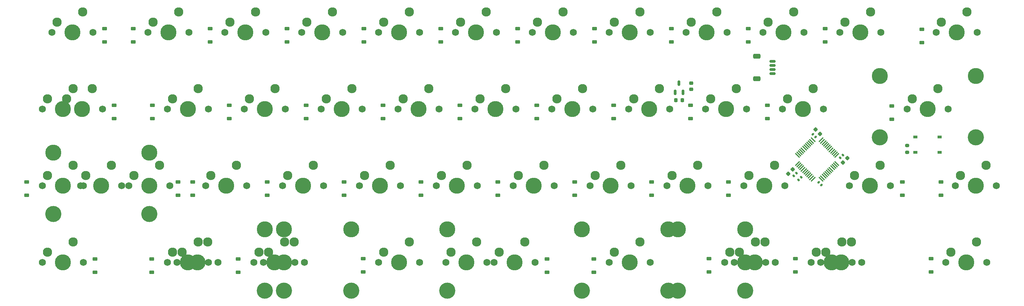
<source format=gbr>
%TF.GenerationSoftware,KiCad,Pcbnew,8.0.5-dirty*%
%TF.CreationDate,2024-10-05T08:47:05+05:30*%
%TF.ProjectId,kalam,6b616c61-6d2e-46b6-9963-61645f706362,rev?*%
%TF.SameCoordinates,Original*%
%TF.FileFunction,Soldermask,Bot*%
%TF.FilePolarity,Negative*%
%FSLAX46Y46*%
G04 Gerber Fmt 4.6, Leading zero omitted, Abs format (unit mm)*
G04 Created by KiCad (PCBNEW 8.0.5-dirty) date 2024-10-05 08:47:05*
%MOMM*%
%LPD*%
G01*
G04 APERTURE LIST*
G04 Aperture macros list*
%AMRoundRect*
0 Rectangle with rounded corners*
0 $1 Rounding radius*
0 $2 $3 $4 $5 $6 $7 $8 $9 X,Y pos of 4 corners*
0 Add a 4 corners polygon primitive as box body*
4,1,4,$2,$3,$4,$5,$6,$7,$8,$9,$2,$3,0*
0 Add four circle primitives for the rounded corners*
1,1,$1+$1,$2,$3*
1,1,$1+$1,$4,$5*
1,1,$1+$1,$6,$7*
1,1,$1+$1,$8,$9*
0 Add four rect primitives between the rounded corners*
20,1,$1+$1,$2,$3,$4,$5,0*
20,1,$1+$1,$4,$5,$6,$7,0*
20,1,$1+$1,$6,$7,$8,$9,0*
20,1,$1+$1,$8,$9,$2,$3,0*%
G04 Aperture macros list end*
%ADD10C,1.750000*%
%ADD11C,3.987800*%
%ADD12C,2.300000*%
%ADD13C,4.000000*%
%ADD14RoundRect,0.225000X0.375000X-0.225000X0.375000X0.225000X-0.375000X0.225000X-0.375000X-0.225000X0*%
%ADD15RoundRect,0.140000X0.021213X-0.219203X0.219203X-0.021213X-0.021213X0.219203X-0.219203X0.021213X0*%
%ADD16R,1.000000X0.750000*%
%ADD17RoundRect,0.225000X-0.225000X-0.250000X0.225000X-0.250000X0.225000X0.250000X-0.225000X0.250000X0*%
%ADD18RoundRect,0.140000X-0.219203X-0.021213X-0.021213X-0.219203X0.219203X0.021213X0.021213X0.219203X0*%
%ADD19RoundRect,0.200000X0.275000X-0.200000X0.275000X0.200000X-0.275000X0.200000X-0.275000X-0.200000X0*%
%ADD20RoundRect,0.075000X-0.415425X-0.521491X0.521491X0.415425X0.415425X0.521491X-0.521491X-0.415425X0*%
%ADD21RoundRect,0.075000X0.415425X-0.521491X0.521491X-0.415425X-0.415425X0.521491X-0.521491X0.415425X0*%
%ADD22RoundRect,0.140000X0.219203X0.021213X0.021213X0.219203X-0.219203X-0.021213X-0.021213X-0.219203X0*%
%ADD23RoundRect,0.140000X-0.021213X0.219203X-0.219203X0.021213X0.021213X-0.219203X0.219203X-0.021213X0*%
%ADD24RoundRect,0.225000X-0.017678X0.335876X-0.335876X0.017678X0.017678X-0.335876X0.335876X-0.017678X0*%
%ADD25RoundRect,0.150000X0.625000X-0.150000X0.625000X0.150000X-0.625000X0.150000X-0.625000X-0.150000X0*%
%ADD26RoundRect,0.250000X0.650000X-0.350000X0.650000X0.350000X-0.650000X0.350000X-0.650000X-0.350000X0*%
%ADD27RoundRect,0.225000X0.017678X-0.335876X0.335876X-0.017678X-0.017678X0.335876X-0.335876X0.017678X0*%
%ADD28RoundRect,0.225000X-0.250000X0.225000X-0.250000X-0.225000X0.250000X-0.225000X0.250000X0.225000X0*%
%ADD29RoundRect,0.225000X0.335876X0.017678X0.017678X0.335876X-0.335876X-0.017678X-0.017678X-0.335876X0*%
%ADD30RoundRect,0.150000X0.150000X-0.512500X0.150000X0.512500X-0.150000X0.512500X-0.150000X-0.512500X0*%
G04 APERTURE END LIST*
D10*
%TO.C,MX25*%
X29150450Y-60424178D03*
D11*
X34230450Y-60424178D03*
D10*
X39310450Y-60424178D03*
D12*
X30420450Y-57884178D03*
X36770450Y-55344178D03*
%TD*%
D10*
%TO.C,MX15*%
X50581682Y-41374194D03*
D11*
X55661682Y-41374194D03*
D10*
X60741682Y-41374194D03*
D12*
X51851682Y-38834194D03*
X58201682Y-36294194D03*
%TD*%
D10*
%TO.C,MX26*%
X19625458Y-60424178D03*
D11*
X24705458Y-60424178D03*
D10*
X29785458Y-60424178D03*
D12*
X20895458Y-57884178D03*
X27245458Y-55344178D03*
%TD*%
D10*
%TO.C,MX43*%
X102969138Y-79474162D03*
D11*
X108049138Y-79474162D03*
D10*
X113129138Y-79474162D03*
D12*
X104239138Y-76934162D03*
X110589138Y-74394162D03*
%TD*%
D10*
%TO.C,MX7*%
X141069206Y-22324210D03*
D11*
X146149206Y-22324210D03*
D10*
X151229206Y-22324210D03*
D12*
X142339206Y-19784210D03*
X148689206Y-17244210D03*
%TD*%
D10*
%TO.C,MX22*%
X183931634Y-41374194D03*
D11*
X189011634Y-41374194D03*
D10*
X194091634Y-41374194D03*
D12*
X185201634Y-38834194D03*
X191551634Y-36294194D03*
%TD*%
D10*
%TO.C,MX30*%
X98206642Y-60424178D03*
D11*
X103286642Y-60424178D03*
D10*
X108366642Y-60424178D03*
D12*
X99476642Y-57884178D03*
X105826642Y-55344178D03*
%TD*%
D11*
%TO.C,S2*%
X46136701Y-52169178D03*
D13*
X46136700Y-67409178D03*
X22324200Y-67409178D03*
D11*
X22324199Y-52169178D03*
%TD*%
%TO.C,S4*%
X119955389Y-71219162D03*
D13*
X119955388Y-86459162D03*
X96142888Y-86459162D03*
D11*
X96142887Y-71219162D03*
%TD*%
D10*
%TO.C,MX1*%
X22006706Y-22324210D03*
D11*
X27086706Y-22324210D03*
D10*
X32166706Y-22324210D03*
D12*
X23276706Y-19784210D03*
X29626706Y-17244210D03*
%TD*%
D10*
%TO.C,MX41*%
X72012914Y-79474162D03*
D11*
X77092914Y-79474162D03*
D10*
X82172914Y-79474162D03*
D12*
X73282914Y-76934162D03*
X79632914Y-74394162D03*
%TD*%
D10*
%TO.C,MX31*%
X117256626Y-60424178D03*
D11*
X122336626Y-60424178D03*
D10*
X127416626Y-60424178D03*
D12*
X118526626Y-57884178D03*
X124876626Y-55344178D03*
%TD*%
D10*
%TO.C,MX47*%
X191075314Y-79474162D03*
D11*
X196155314Y-79474162D03*
D10*
X201235314Y-79474162D03*
D12*
X192345314Y-76934162D03*
X198695314Y-74394162D03*
%TD*%
D10*
%TO.C,MX4*%
X83919206Y-22324210D03*
D11*
X88999206Y-22324210D03*
D10*
X94079206Y-22324210D03*
D12*
X85189206Y-19784210D03*
X91539206Y-17244210D03*
%TD*%
D10*
%TO.C,MX29*%
X79156658Y-60424178D03*
D11*
X84236658Y-60424178D03*
D10*
X89316658Y-60424178D03*
D12*
X80426658Y-57884178D03*
X86776658Y-55344178D03*
%TD*%
D10*
%TO.C,MX34*%
X174406578Y-60424178D03*
D11*
X179486578Y-60424178D03*
D10*
X184566578Y-60424178D03*
D12*
X175676578Y-57884178D03*
X182026578Y-55344178D03*
%TD*%
D10*
%TO.C,MX9*%
X179169206Y-22324210D03*
D11*
X184249206Y-22324210D03*
D10*
X189329206Y-22324210D03*
D12*
X180439206Y-19784210D03*
X186789206Y-17244210D03*
%TD*%
D10*
%TO.C,MX45*%
X131544114Y-79474162D03*
D11*
X136624114Y-79474162D03*
D10*
X141704114Y-79474162D03*
D12*
X132814114Y-76934162D03*
X139164114Y-74394162D03*
%TD*%
D10*
%TO.C,MX14*%
X19625458Y-41374194D03*
D11*
X24705458Y-41374194D03*
D10*
X29785458Y-41374194D03*
D12*
X20895458Y-38834194D03*
X27245458Y-36294194D03*
%TD*%
D10*
%TO.C,MX11*%
X217269206Y-22324210D03*
D11*
X222349206Y-22324210D03*
D10*
X227429206Y-22324210D03*
D12*
X218539206Y-19784210D03*
X224889206Y-17244210D03*
%TD*%
D10*
%TO.C,MX10*%
X198219206Y-22324210D03*
D11*
X203299206Y-22324210D03*
D10*
X208379206Y-22324210D03*
D12*
X199489206Y-19784210D03*
X205839206Y-17244210D03*
%TD*%
D10*
%TO.C,MX8*%
X160119206Y-22324210D03*
D11*
X165199206Y-22324210D03*
D10*
X170279206Y-22324210D03*
D12*
X161389206Y-19784210D03*
X167739206Y-17244210D03*
%TD*%
D10*
%TO.C,MX20*%
X145831634Y-41374194D03*
D11*
X150911634Y-41374194D03*
D10*
X155991634Y-41374194D03*
D12*
X147101634Y-38834194D03*
X153451634Y-36294194D03*
%TD*%
D10*
%TO.C,MX39*%
X52962930Y-79474162D03*
D11*
X58042930Y-79474162D03*
D10*
X63122930Y-79474162D03*
D12*
X54232930Y-76934162D03*
X60582930Y-74394162D03*
%TD*%
D10*
%TO.C,MX37*%
X245844018Y-60424178D03*
D11*
X250924018Y-60424178D03*
D10*
X256004018Y-60424178D03*
D12*
X247114018Y-57884178D03*
X253464018Y-55344178D03*
%TD*%
D10*
%TO.C,MX16*%
X69631666Y-41374194D03*
D11*
X74711666Y-41374194D03*
D10*
X79791666Y-41374194D03*
D12*
X70901666Y-38834194D03*
X77251666Y-36294194D03*
%TD*%
D10*
%TO.C,MX32*%
X136306610Y-60424210D03*
D11*
X141386610Y-60424210D03*
D10*
X146466610Y-60424210D03*
D12*
X137576610Y-57884210D03*
X143926610Y-55344210D03*
%TD*%
D10*
%TO.C,MX48*%
X188694066Y-79474162D03*
D11*
X193774066Y-79474162D03*
D10*
X198854066Y-79474162D03*
D12*
X189964066Y-76934162D03*
X196314066Y-74394162D03*
%TD*%
D13*
%TO.C,S6*%
X174724124Y-86459161D03*
D11*
X174724124Y-71219162D03*
D13*
X74711624Y-86459161D03*
D11*
X74711624Y-71219162D03*
%TD*%
D10*
%TO.C,MX51*%
X243462770Y-79474162D03*
D11*
X248542770Y-79474162D03*
D10*
X253622770Y-79474162D03*
D12*
X244732770Y-76934162D03*
X251082770Y-74394162D03*
%TD*%
D10*
%TO.C,MX23*%
X202981634Y-41374194D03*
D11*
X208061634Y-41374194D03*
D10*
X213141634Y-41374194D03*
D12*
X204251634Y-38834194D03*
X210601634Y-36294194D03*
%TD*%
D10*
%TO.C,MX42*%
X74394162Y-79474162D03*
D11*
X79474162Y-79474162D03*
D10*
X84554162Y-79474162D03*
D12*
X75664162Y-76934162D03*
X82014162Y-74394162D03*
%TD*%
D10*
%TO.C,MX49*%
X210125298Y-79474162D03*
D11*
X215205298Y-79474162D03*
D10*
X220285298Y-79474162D03*
D12*
X211395298Y-76934162D03*
X217745298Y-74394162D03*
%TD*%
D10*
%TO.C,MX18*%
X107731634Y-41374194D03*
D11*
X112811634Y-41374194D03*
D10*
X117891634Y-41374194D03*
D12*
X109001634Y-38834194D03*
X115351634Y-36294194D03*
%TD*%
D10*
%TO.C,MX27*%
X41056690Y-60424178D03*
D11*
X46136690Y-60424178D03*
D10*
X51216690Y-60424178D03*
D12*
X42326690Y-57884178D03*
X48676690Y-55344178D03*
%TD*%
D13*
%TO.C,S1*%
X193774114Y-86459161D03*
D11*
X193774114Y-71219162D03*
D13*
X79474114Y-86459161D03*
D11*
X79474114Y-71219162D03*
%TD*%
D10*
%TO.C,MX17*%
X88681650Y-41374194D03*
D11*
X93761650Y-41374194D03*
D10*
X98841650Y-41374194D03*
D12*
X89951650Y-38834194D03*
X96301650Y-36294194D03*
%TD*%
D10*
%TO.C,MX19*%
X126781634Y-41374194D03*
D11*
X131861634Y-41374194D03*
D10*
X136941634Y-41374194D03*
D12*
X128051634Y-38834194D03*
X134401634Y-36294194D03*
%TD*%
D10*
%TO.C,MX3*%
X64869206Y-22324210D03*
D11*
X69949206Y-22324210D03*
D10*
X75029206Y-22324210D03*
D12*
X66139206Y-19784210D03*
X72489206Y-17244210D03*
%TD*%
D10*
%TO.C,MX44*%
X119637874Y-79474162D03*
D11*
X124717874Y-79474162D03*
D10*
X129797874Y-79474162D03*
D12*
X120907874Y-76934162D03*
X127257874Y-74394162D03*
%TD*%
D10*
%TO.C,MX28*%
X60106674Y-60424178D03*
D11*
X65186674Y-60424178D03*
D10*
X70266674Y-60424178D03*
D12*
X61376674Y-57884178D03*
X67726674Y-55344178D03*
%TD*%
D10*
%TO.C,MX6*%
X122019206Y-22324210D03*
D11*
X127099206Y-22324210D03*
D10*
X132179206Y-22324210D03*
D12*
X123289206Y-19784210D03*
X129639206Y-17244210D03*
%TD*%
D10*
%TO.C,MX13*%
X24387954Y-41374194D03*
D11*
X29467954Y-41374194D03*
D10*
X34547954Y-41374194D03*
D12*
X25657954Y-38834194D03*
X32007954Y-36294194D03*
%TD*%
D10*
%TO.C,MX40*%
X50581682Y-79474162D03*
D11*
X55661682Y-79474162D03*
D10*
X60741682Y-79474162D03*
D12*
X51851682Y-76934162D03*
X58201682Y-74394162D03*
%TD*%
D10*
%TO.C,MX46*%
X160119090Y-79474162D03*
D11*
X165199090Y-79474162D03*
D10*
X170279090Y-79474162D03*
D12*
X161389090Y-76934162D03*
X167739090Y-74394162D03*
%TD*%
D10*
%TO.C,MX21*%
X164881634Y-41374194D03*
D11*
X169961634Y-41374194D03*
D10*
X175041634Y-41374194D03*
D12*
X166151634Y-38834194D03*
X172501634Y-36294194D03*
%TD*%
D10*
%TO.C,MX5*%
X102969206Y-22324210D03*
D11*
X108049206Y-22324210D03*
D10*
X113129206Y-22324210D03*
D12*
X104239206Y-19784210D03*
X110589206Y-17244210D03*
%TD*%
D11*
%TO.C,S5*%
X177105341Y-71255800D03*
D13*
X177105340Y-86495800D03*
X153292840Y-86495800D03*
D11*
X153292839Y-71255800D03*
%TD*%
D10*
%TO.C,MX33*%
X155356594Y-60424210D03*
D11*
X160436594Y-60424210D03*
D10*
X165516594Y-60424210D03*
D12*
X156626594Y-57884210D03*
X162976594Y-55344210D03*
%TD*%
D10*
%TO.C,MX35*%
X193456562Y-60424178D03*
D11*
X198536562Y-60424178D03*
D10*
X203616562Y-60424178D03*
D12*
X194726562Y-57884178D03*
X201076562Y-55344178D03*
%TD*%
D10*
%TO.C,MX12*%
X241081522Y-22324210D03*
D11*
X246161522Y-22324210D03*
D10*
X251241522Y-22324210D03*
D12*
X242351522Y-19784210D03*
X248701522Y-17244210D03*
%TD*%
D10*
%TO.C,MX2*%
X45819206Y-22324210D03*
D11*
X50899206Y-22324210D03*
D10*
X55979206Y-22324210D03*
D12*
X47089206Y-19784210D03*
X53439206Y-17244210D03*
%TD*%
D10*
%TO.C,MX36*%
X219650290Y-60424178D03*
D11*
X224730290Y-60424178D03*
D10*
X229810290Y-60424178D03*
D12*
X220920290Y-57884178D03*
X227270290Y-55344178D03*
%TD*%
D10*
%TO.C,MX38*%
X19625458Y-79474162D03*
D11*
X24705458Y-79474162D03*
D10*
X29785458Y-79474162D03*
D12*
X20895458Y-76934162D03*
X27245458Y-74394162D03*
%TD*%
D10*
%TO.C,MX50*%
X212506546Y-79474162D03*
D11*
X217586546Y-79474162D03*
D10*
X222666546Y-79474162D03*
D12*
X213776546Y-76934162D03*
X220126546Y-74394162D03*
%TD*%
D10*
%TO.C,MX24*%
X233937814Y-41374194D03*
D11*
X239017814Y-41374194D03*
D10*
X244097814Y-41374194D03*
D12*
X235207814Y-38834194D03*
X241557814Y-36294194D03*
%TD*%
D11*
%TO.C,S3*%
X250924065Y-33119194D03*
D13*
X250924064Y-48359194D03*
X227111564Y-48359194D03*
D11*
X227111563Y-33119194D03*
%TD*%
D14*
%TO.C,D5*%
X99317956Y-24705460D03*
X99317956Y-21405460D03*
%TD*%
%TO.C,D4*%
X80267956Y-24705460D03*
X80267956Y-21405460D03*
%TD*%
%TO.C,D41*%
X156269410Y-81917912D03*
X156269410Y-78617912D03*
%TD*%
D15*
%TO.C,C6*%
X217306250Y-53506250D03*
X217985072Y-52827428D03*
%TD*%
D16*
%TO.C,SW1*%
X235994338Y-52089810D03*
X241994338Y-52089810D03*
X235994338Y-48339810D03*
X241994338Y-48339810D03*
%TD*%
D14*
%TO.C,D18*%
X123130456Y-43755460D03*
X123130456Y-40455460D03*
%TD*%
D17*
%TO.C,C9*%
X176627986Y-39191386D03*
X178177986Y-39191386D03*
%TD*%
D18*
%TO.C,C2*%
X212006250Y-59606250D03*
X212685072Y-60285072D03*
%TD*%
D19*
%TO.C,R1*%
X233957626Y-52089810D03*
X233957626Y-50439810D03*
%TD*%
D20*
%TO.C,U2*%
X210607462Y-58794126D03*
X210253908Y-58440572D03*
X209900355Y-58087019D03*
X209546801Y-57733465D03*
X209193248Y-57379912D03*
X208839695Y-57026359D03*
X208486141Y-56672805D03*
X208132588Y-56319252D03*
X207779035Y-55965699D03*
X207425481Y-55612145D03*
X207071928Y-55258592D03*
X206718374Y-54905038D03*
D21*
X206718374Y-52907462D03*
X207071928Y-52553908D03*
X207425481Y-52200355D03*
X207779035Y-51846801D03*
X208132588Y-51493248D03*
X208486141Y-51139695D03*
X208839695Y-50786141D03*
X209193248Y-50432588D03*
X209546801Y-50079035D03*
X209900355Y-49725481D03*
X210253908Y-49371928D03*
X210607462Y-49018374D03*
D20*
X212605038Y-49018374D03*
X212958592Y-49371928D03*
X213312145Y-49725481D03*
X213665699Y-50079035D03*
X214019252Y-50432588D03*
X214372805Y-50786141D03*
X214726359Y-51139695D03*
X215079912Y-51493248D03*
X215433465Y-51846801D03*
X215787019Y-52200355D03*
X216140572Y-52553908D03*
X216494126Y-52907462D03*
D21*
X216494126Y-54905038D03*
X216140572Y-55258592D03*
X215787019Y-55612145D03*
X215433465Y-55965699D03*
X215079912Y-56319252D03*
X214726359Y-56672805D03*
X214372805Y-57026359D03*
X214019252Y-57379912D03*
X213665699Y-57733465D03*
X213312145Y-58087019D03*
X212958592Y-58440572D03*
X212605038Y-58794126D03*
%TD*%
D14*
%TO.C,D39*%
X99119458Y-81855412D03*
X99119458Y-78555412D03*
%TD*%
%TO.C,D14*%
X46930456Y-43755460D03*
X46930456Y-40455460D03*
%TD*%
%TO.C,D12*%
X237529534Y-24867160D03*
X237529534Y-21567160D03*
%TD*%
%TO.C,D40*%
X144660826Y-81917912D03*
X144660826Y-78617912D03*
%TD*%
%TO.C,D17*%
X104080456Y-43755460D03*
X104080456Y-40455460D03*
%TD*%
%TO.C,D22*%
X199330456Y-43755460D03*
X199330456Y-40455460D03*
%TD*%
D22*
%TO.C,C1*%
X211195661Y-48276165D03*
X210516839Y-47597343D03*
%TD*%
D14*
%TO.C,D37*%
X46732002Y-81917912D03*
X46732002Y-78617912D03*
%TD*%
%TO.C,D34*%
X232767002Y-62805460D03*
X232767002Y-59505460D03*
%TD*%
D15*
%TO.C,C10*%
X207027428Y-58985072D03*
X207706250Y-58306250D03*
%TD*%
D14*
%TO.C,D8*%
X156467956Y-24705460D03*
X156467956Y-21405460D03*
%TD*%
%TO.C,D42*%
X184844386Y-81855412D03*
X184844386Y-78555412D03*
%TD*%
%TO.C,D9*%
X175517956Y-24705460D03*
X175517956Y-21405460D03*
%TD*%
%TO.C,D3*%
X61217956Y-24705460D03*
X61217956Y-21405460D03*
%TD*%
%TO.C,D36*%
X32642958Y-81917912D03*
X32642958Y-78617912D03*
%TD*%
%TO.C,D44*%
X239811520Y-81855412D03*
X239811520Y-78555412D03*
%TD*%
D23*
%TO.C,C4*%
X206506250Y-57306250D03*
X205827428Y-57985072D03*
%TD*%
D14*
%TO.C,D32*%
X170556994Y-62805460D03*
X170556994Y-59505460D03*
%TD*%
%TO.C,D24*%
X15775778Y-62805460D03*
X15775778Y-59505460D03*
%TD*%
%TO.C,D10*%
X194567956Y-24705460D03*
X194567956Y-21405460D03*
%TD*%
%TO.C,D1*%
X35024206Y-24705460D03*
X35024206Y-21405460D03*
%TD*%
D24*
%TO.C,C5*%
X205581250Y-56381250D03*
X204485234Y-57477266D03*
%TD*%
D14*
%TO.C,D30*%
X132456994Y-62805460D03*
X132456994Y-59505460D03*
%TD*%
%TO.C,D19*%
X142180456Y-43755460D03*
X142180456Y-40455460D03*
%TD*%
D25*
%TO.C,J1*%
X200536562Y-32555460D03*
X200536562Y-31555460D03*
X200536562Y-30555460D03*
X200536562Y-29555460D03*
D26*
X196661562Y-33855460D03*
X196661562Y-28255460D03*
%TD*%
D14*
%TO.C,D29*%
X113406994Y-62805460D03*
X113406994Y-59505460D03*
%TD*%
%TO.C,D21*%
X180280456Y-43755460D03*
X180280456Y-40455460D03*
%TD*%
%TO.C,D43*%
X206275618Y-81855412D03*
X206275618Y-78555412D03*
%TD*%
%TO.C,D2*%
X42167956Y-24705460D03*
X42167956Y-21405460D03*
%TD*%
D27*
%TO.C,C7*%
X218033242Y-54629258D03*
X219129258Y-53533242D03*
%TD*%
D14*
%TO.C,D26*%
X56852306Y-62805460D03*
X56852306Y-59505460D03*
%TD*%
%TO.C,D20*%
X161230456Y-43755460D03*
X161230456Y-40455460D03*
%TD*%
%TO.C,D25*%
X53280434Y-62805460D03*
X53280434Y-59505460D03*
%TD*%
%TO.C,D31*%
X151506994Y-62805460D03*
X151506994Y-59505460D03*
%TD*%
%TO.C,D13*%
X37405456Y-43755460D03*
X37405456Y-40455460D03*
%TD*%
%TO.C,D16*%
X85030456Y-43755460D03*
X85030456Y-40455460D03*
%TD*%
%TO.C,D6*%
X118367956Y-24705460D03*
X118367956Y-21405460D03*
%TD*%
%TO.C,D7*%
X137417956Y-24705460D03*
X137417956Y-21405460D03*
%TD*%
%TO.C,D23*%
X230088134Y-43917128D03*
X230088134Y-40617128D03*
%TD*%
%TO.C,D33*%
X189606882Y-62805428D03*
X189606882Y-59505428D03*
%TD*%
%TO.C,D27*%
X75306994Y-62805460D03*
X75306994Y-59505460D03*
%TD*%
%TO.C,D11*%
X213617956Y-24705460D03*
X213617956Y-21405460D03*
%TD*%
D28*
%TO.C,C8*%
X180406250Y-34906250D03*
X180406250Y-36456250D03*
%TD*%
D14*
%TO.C,D15*%
X65980456Y-43755460D03*
X65980456Y-40455460D03*
%TD*%
%TO.C,D35*%
X242291994Y-62805460D03*
X242291994Y-59505460D03*
%TD*%
D29*
%TO.C,C3*%
X212327082Y-47584762D03*
X211231066Y-46488746D03*
%TD*%
D14*
%TO.C,D28*%
X94356994Y-62805460D03*
X94356994Y-59505460D03*
%TD*%
D30*
%TO.C,U1*%
X178352986Y-37181250D03*
X176452986Y-37181250D03*
X177402986Y-34906250D03*
%TD*%
D14*
%TO.C,D38*%
X68163234Y-81917912D03*
X68163234Y-78617912D03*
%TD*%
M02*

</source>
